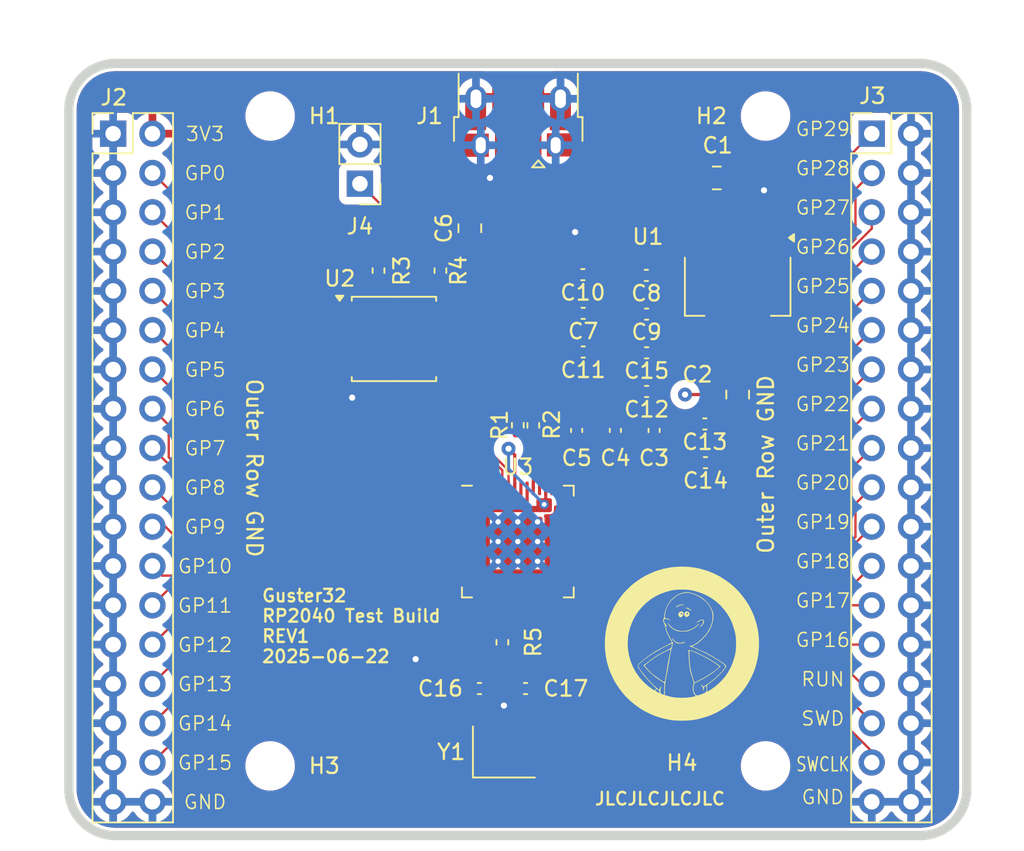
<source format=kicad_pcb>
(kicad_pcb (version 20240108) (generator "pcbnew") (generator_version "8.0")
  (layers (0 "F.Cu" signal "Front") (1 "In1.Cu" signal) (2 "In2.Cu" signal) (31 "B.Cu" signal "Back") (34 "B.Paste" user) (35 "F.Paste" user) (36 "B.SilkS" user "B.Silkscreen") (37 "F.SilkS" user "F.Silkscreen") (38 "B.Mask" user) (39 "F.Mask" user) (44 "Edge.Cuts" user))
  (net 0 "")
  (net 1 "VBUS")
  (net 2 "GND")
  (net 3 "+3V3")
  (net 4 "+1V1")
  (net 5 "/XIN")
  (net 6 "Net-(C17-Pad1)")
  (net 7 "/USB_D +")
  (net 9 "/USB_D -")
  (net 10 "/GPIO10")
  (net 11 "/GPIO15")
  (net 12 "/GPIO11")
  (net 13 "/GPIO3")
  (net 14 "/GPIO8")
  (net 15 "/GPIO5")
  (net 16 "/GPIO1")
  (net 17 "/GPIO4")
  (net 18 "/GPIO13")
  (net 19 "/GPIO9")
  (net 20 "/GPIO7")
  (net 21 "/GPIO2")
  (net 22 "/GPIO6")
  (net 23 "/GPIO12")
  (net 24 "/GPIO0")
  (net 25 "/GPIO14")
  (net 26 "/GPIO22")
  (net 27 "/RUN")
  (net 28 "/GPIO23")
  (net 29 "/GPIO19")
  (net 30 "/GPIO25")
  (net 31 "/SWCLK")
  (net 32 "/GPIO17")
  (net 33 "/GPIO16")
  (net 34 "/GPIO29_ADC3")
  (net 35 "/GPIO28_ADC2")
  (net 36 "/GPIO20")
  (net 37 "/GPIO21")
  (net 38 "/SWD")
  (net 39 "/GPIO26_ADC0")
  (net 40 "/GPIO24")
  (net 41 "/GPIO27_ADC1")
  (net 42 "/GPIO18")
  (net 43 "/~{USB_BOOT}")
  (net 44 "Net-(U3-USB_DP)")
  (net 45 "Net-(U3-USB_DM)")
  (net 46 "/QSPI_SS")
  (net 47 "/XOUT")
  (net 48 "/QSPI_SD3")
  (net 49 "/QSPI_SD0")
  (net 50 "/QSPI_SD2")
  (net 51 "/QSPI_SCLK")
  (net 52 "/QSPI_SD1")
  (net 54 "unconnected-(C2-Pad2)")
  (footprint "Capacitor_SMD:C_0402_1005Metric" (layer "F.Cu") (at 149.3 104.82 90)
    (property "Reference" "C4")
    (property "Value" "100n")
  )
  (footprint "Connector_PinHeader_2.54mm:PinHeader_1x02_P2.54mm_Vertical" (layer "F.Cu") (at 132.8 88.875 180)
    (property "Reference" "J4")
    (property "Value" "Conn_01x02")
  )
  (footprint "MountingHole:MountingHole_2.7mm_M2.5" (layer "F.Cu") (at 159 84.5)
    (property "Reference" "H2")
    (property "Value" "MountingHole")
  )
  (footprint "MountingHole:MountingHole_2.7mm_M2.5" (layer "F.Cu") (at 159 126.5)
    (property "Reference" "H4")
    (property "Value" "MountingHole")
  )
  (footprint "Capacitor_SMD:C_0402_1005Metric" (layer "F.Cu") (at 151.32 102.3 180)
    (property "Reference" "C12")
    (property "Value" "100n")
  )
  (footprint "Capacitor_SMD:C_0402_1005Metric" (layer "F.Cu") (at 151.3 94.8 180)
    (property "Reference" "C8")
    (property "Value" "100n")
  )
  (footprint "Package_TO_SOT_SMD:SOT-223-3_TabPin2" (layer "F.Cu") (at 157.2 95.5 -90)
    (property "Reference" "U1")
    (property "Value" "NCP1117-3.3_SOT223")
  )
  (footprint "Resistor_SMD:R_0402_1005Metric" (layer "F.Cu") (at 143 104.48 90)
    (property "Reference" "R1")
    (property "Value" "27")
  )
  (footprint "MountingHole:MountingHole_2.7mm_M2.5" (layer "F.Cu") (at 127 126.5)
    (property "Reference" "H3")
    (property "Value" "MountingHole")
  )
  (footprint "MountingHole:MountingHole_2.7mm_M2.5" (layer "F.Cu") (at 127 84.5)
    (property "Reference" "H1")
    (property "Value" "MountingHole")
  )
  (footprint "Capacitor_SMD:C_0402_1005Metric" (layer "F.Cu") (at 151.32 97.3 180)
    (property "Reference" "C9")
    (property "Value" "100n")
  )
  (footprint "Resistor_SMD:R_0402_1005Metric" (layer "F.Cu") (at 142 118.51 -90)
    (property "Reference" "R5")
    (property "Value" "1k")
  )
  (footprint "Connector_PinHeader_2.54mm:PinHeader_2x18_P2.54mm_Vertical" (layer "F.Cu") (at 116.86 85.64)
    (property "Reference" "J2")
    (property "Value" "Conn_02x18_Odd_Even")
  )
  (footprint "Capacitor_SMD:C_0402_1005Metric" (layer "F.Cu") (at 155.12 106.9 180)
    (property "Reference" "C14")
    (property "Value" "1u")
  )
  (footprint "Capacitor_SMD:C_0402_1005Metric" (layer "F.Cu") (at 147.22 99.75 180)
    (property "Reference" "C11")
    (property "Value" "100n")
  )
  (footprint "Capacitor_SMD:C_0402_1005Metric" (layer "F.Cu") (at 155.08 104.4 180)
    (property "Reference" "C13")
    (property "Value" "100n")
  )
  (footprint "LOGO" (layer "F.Cu") (at 153.6 118.6)
    (property "Reference" "G***" (hide yes))
    (property "Value" "LOGO" (hide yes))
  )
  (footprint "Resistor_SMD:R_0402_1005Metric" (layer "F.Cu") (at 138 94.49 -90)
    (property "Reference" "R4")
    (property "Value" "1K")
  )
  (footprint "Capacitor_SMD:C_0402_1005Metric" (layer "F.Cu") (at 146.8 104.82 90)
    (property "Reference" "C5")
    (property "Value" "1u")
  )
  (footprint "Connector_USB:USB_Micro-B_Amphenol_10103594-0001LF_Horizontal" (layer "F.Cu") (at 143 84.5 180)
    (property "Reference" "J1")
    (property "Value" "USB_B_Micro")
  )
  (footprint "Resistor_SMD:R_0402_1005Metric" (layer "F.Cu") (at 134 94.49 -90)
    (property "Reference" "R3")
    (property "Value" "DNF")
  )
  (footprint "Capacitor_SMD:C_0402_1005Metric" (layer "F.Cu") (at 151.32 99.8 180)
    (property "Reference" "C15")
    (property "Value" "100n")
  )
  (footprint "Resistor_SMD:R_0402_1005Metric" (layer "F.Cu") (at 144 104.49 90)
    (property "Reference" "R2")
    (property "Value" "27")
  )
  (footprint "RP2040_minimal_r2:RP2040-QFN-56" (layer "F.Cu") (at 143 112)
    (property "Reference" "U3")
    (property "Value" "RP2040")
  )
  (footprint "Crystal:Crystal_SMD_3225-4Pin_3.2x2.5mm" (layer "F.Cu") (at 142.1 125.6)
    (property "Reference" "Y1")
    (property "Value" "ABM8-272-T3")
  )
  (footprint "Capacitor_SMD:C_0402_1005Metric" (layer "F.Cu") (at 147.2 94.75 180)
    (property "Reference" "C10")
    (property "Value" "100n")
  )
  (footprint "Capacitor_SMD:C_0402_1005Metric" (layer "F.Cu") (at 140.52 121.5)
    (property "Reference" "C16")
    (property "Value" "15p")
  )
  (footprint "Capacitor_SMD:C_0402_1005Metric" (layer "F.Cu") (at 143.5 121.5 180)
    (property "Reference" "C17")
    (property "Value" "15p")
  )
  (footprint "Capacitor_SMD:C_0805_2012Metric" (layer "F.Cu") (at 157.2 102.5 -90)
    (property "Reference" "C2")
    (property "Value" "10u")
  )
  (footprint "Connector_PinHeader_2.54mm:PinHeader_2x18_P2.54mm_Vertical" (layer "F.Cu") (at 165.86 85.64)
    (property "Reference" "J3")
    (property "Value" "Conn_02x18_Odd_Even")
  )
  (footprint "Capacitor_SMD:C_0805_2012Metric" (layer "F.Cu") (at 139.9 91.75 90)
    (property "Reference" "C6")
    (property "Value" "10u")
  )
  (footprint "Capacitor_SMD:C_0402_1005Metric" (layer "F.Cu") (at 151.8 104.82 90)
    (property "Reference" "C3")
    (property "Value" "100n")
  )
  (footprint "Capacitor_SMD:C_0402_1005Metric" (layer "F.Cu") (at 147.22 97.25 180)
    (property "Reference" "C7")
    (property "Value" "100n")
  )
  (footprint "Capacitor_SMD:C_0805_2012Metric" (layer "F.Cu") (at 155.85 88.5)
    (property "Reference" "C1")
    (property "Value" "10u")
  )
  (footprint "Package_SO:SOIC-8_5.23x5.23mm_P1.27mm" (layer "F.Cu") (at 135 98.905)
    (property "Reference" "U2")
    (property "Value" "W25Q128JVS")
  )
  (gr_arc (start 169 81.1) (mid 171.12132 81.97868) (end 172 84.1) (stroke (width 0.6)) (layer "Edge.Cuts"))
  (gr_arc (start 117 131) (mid 114.87868 130.12132) (end 114 128) (stroke (width 0.6)) (layer "Edge.Cuts"))
  (gr_line (start 114 128) (end 114 84.1) (stroke (width 0.6)) (layer "Edge.Cuts"))
  (gr_line (start 169 131) (end 117 131) (stroke (width 0.6)) (layer "Edge.Cuts"))
  (gr_line (start 117 81.1) (end 169 81.1) (stroke (width 0.6)) (layer "Edge.Cuts"))
  (gr_line (start 172 84.1) (end 172 128) (stroke (width 0.6)) (layer "Edge.Cuts"))
  (gr_arc (start 172 128) (mid 171.12132 130.12132) (end 169 131) (stroke (width 0.6)) (layer "Edge.Cuts"))
  (gr_arc (start 114 84.1) (mid 114.87868 81.97868) (end 117 81.1) (stroke (width 0.6)) (layer "Edge.Cuts"))
  (gr_text "RUN" (at 162.7 120.9 0) (layer "F.SilkS") (effects (font (size 0.9 0.9) (thickness 0.1))))
  (gr_text "GP22" (at 162.7 103.12 0) (layer "F.SilkS") (effects (font (size 0.9 0.9) (thickness 0.1))))
  (gr_text "GP5" (at 122.8 100.9 0) (layer "F.SilkS") (effects (font (size 0.9 0.9) (thickness 0.1))))
  (gr_text "Guster32\nRP2040 Test Build\nREV1\n2025-06-22" (at 126.4 119.9 0) (layer "F.SilkS") (effects (font (size 0.8128 0.8128) (thickness 0.1524) (bold yes)) (justify left bottom)))
  (gr_text "GP0" (at 122.8 88.2 0) (layer "F.SilkS") (effects (font (size 0.9 0.9) (thickness 0.1))))
  (gr_text "GP13" (at 122.8 121.22 0) (layer "F.SilkS") (effects (font (size 0.9 0.9) (thickness 0.1))))
  (gr_text "SWD" (at 162.7 123.44 0) (layer "F.SilkS") (effects (font (size 0.9 0.9) (thickness 0.1))))
  (gr_text "GND" (at 122.8 128.84 0) (layer "F.SilkS") (effects (font (size 0.9 0.9) (thickness 0.1))))
  (gr_text "3V3" (at 122.8 85.66 0) (layer "F.SilkS") (effects (font (size 0.9 0.9) (thickness 0.1))))
  (gr_text "GP7" (at 122.8 105.98 0) (layer "F.SilkS") (effects (font (size 0.9 0.9) (thickness 0.1))))
  (gr_text "GND" (at 162.7 128.52 0) (layer "F.SilkS") (effects (font (size 0.9 0.9) (thickness 0.1))))
  (gr_text "JLCJLCJLCJLC" (at 147.9 129.1 0) (layer "F.SilkS") (effects (font (size 0.8128 0.8128) (thickness 0.1524) (bold yes)) (justify left bottom)))
  (gr_text "GP12" (at 122.8 118.68 0) (layer "F.SilkS") (effects (font (size 0.9 0.9) (thickness 0.1))))
  (gr_text "GP26" (at 162.7 92.96 0) (layer "F.SilkS") (effects (font (size 0.9 0.9) (thickness 0.1))))
  (gr_text "SWCLK" (at 162.7 126.4 0) (layer "F.SilkS") (effects (font (size 0.9 0.7) (thickness 0.1))))
  (gr_text "GP25" (at 162.7 95.5 0) (layer "F.SilkS") (effects (font (size 0.9 0.9) (thickness 0.1))))
  (gr_text "Outer Row GND" (at 125.975 107.25 270) (layer "F.SilkS") (effects (font (size 1 1))))
  (gr_text "GP18" (at 162.7 113.28 0) (layer "F.SilkS") (effects (font (size 0.9 0.9) (thickness 0.1))))
  (gr_text "GP6" (at 122.8 103.44 0) (layer "F.SilkS") (effects (font (size 0.9 0.9) (thickness 0.1))))
  (gr_text "GP11" (at 122.8 116.14 0) (layer "F.SilkS") (effects (font (size 0.9 0.9) (thickness 0.1))))
  (gr_text "GP15" (at 122.8 126.3 0) (layer "F.SilkS") (effects (font (size 0.9 0.9) (thickness 0.1))))
  (gr_text "GP27" (at 162.7 90.42 0) (layer "F.SilkS") (effects (font (size 0.9 0.9) (thickness 0.1))))
  (gr_text "GP29" (at 162.7 85.34 0) (layer "F.SilkS") (effects (font (size 0.9 0.9) (thickness 0.1))))
  (gr_text "GP23" (at 162.7 100.58 0) (layer "F.SilkS") (effects (font (size 0.9 0.9) (thickness 0.1))))
  (gr_text "GP19" (at 162.7 110.74 0) (layer "F.SilkS") (effects (font (size 0.9 0.9) (thickness 0.1))))
  (gr_text "GP16" (at 162.7 118.36 0) (layer "F.SilkS") (effects (font (size 0.9 0.9) (thickness 0.1))))
  (gr_text "GP9" (at 122.8 111.06 0) (layer "F.SilkS") (effects (font (size 0.9 0.9) (thickness 0.1))))
  (gr_text "Outer Row GND" (at 159.025 107.01 90) (layer "F.SilkS") (effects (font (size 1 1))))
  (gr_text "GP10" (at 122.8 113.6 0) (layer "F.SilkS") (effects (font (size 0.9 0.9) (thickness 0.1))))
  (gr_text "GP14" (at 122.8 123.76 0) (layer "F.SilkS") (effects (font (size 0.9 0.9) (thickness 0.1))))
  (gr_text "GP28" (at 162.7 87.88 0) (layer "F.SilkS") (effects (font (size 0.9 0.9) (thickness 0.1))))
  (gr_text "GP4" (at 122.8 98.36 0) (layer "F.SilkS") (effects (font (size 0.9 0.9) (thickness 0.1))))
  (gr_text "GP1" (at 122.8 90.74 0) (layer "F.SilkS") (effects (font (size 0.9 0.9) (thickness 0.1))))
  (gr_text "GP17" (at 162.7 115.82 0) (layer "F.SilkS") (effects (font (size 0.9 0.9) (thickness 0.1))))
  (gr_text "GP3" (at 122.8 95.82 0) (layer "F.SilkS") (effects (font (size 0.9 0.9) (thickness 0.1))))
  (gr_text "GP2" (at 122.8 93.28 0) (layer "F.SilkS") (effects (font (size 0.9 0.9) (thickness 0.1))))
  (gr_text "GP20" (at 162.7 108.2 0) (layer "F.SilkS") (effects (font (size 0.9 0.9) (thickness 0.1))))
  (gr_text "GP24" (at 162.7 98.04 0) (layer "F.SilkS") (effects (font (size 0.9 0.9) (thickness 0.1))))
  (gr_text "GP8" (at 122.8 108.52 0) (layer "F.SilkS") (effects (font (size 0.9 0.9) (thickness 0.1))))
  (gr_text "GP21" (at 162.7 105.66 0) (layer "F.SilkS") (effects (font (size 0.9 0.9) (thickness 0.1))))
  (segment (start 144.325 86.265) (end 144.325 87.425) (width 0.4) (layer "F.Cu") (net 1))
  (segment (start 144.325 87.425) (end 145 88.1) (width 0.4) (layer "F.Cu") (net 1))
  (segment (start 142.1 122.6) (end 142.1 122.42) (width 0.2) (layer "F.Cu") (net 2))
  (segment (start 131.4 100.81) (end 131.4 101.9) (width 0.2) (layer "F.Cu") (net 2))
  (segment (start 151.8 104.34) (end 154.54 104.34) (width 0.2) (layer "F.Cu") (net 2))
  (segment (start 151.8 104.34) (end 151.8 103.26) (width 0.2) (layer "F.Cu") (net 2))
  (segment (start 150.84 99.8) (end 150.82 99.78) (width 0.2) (layer "F.Cu") (net 2))
  (segment (start 156.8 88.5) (end 157.6 89.3) (width 0.2) (layer "F.Cu") (net 2))
  (segment (start 141.15 124.75) (end 142.85 126.45) (width 0.2) (layer "F.Cu") (net 2))
  (segment (start 136.4 119.6) (end 137.2 118.8) (width 0.2) (layer "F.Cu") (net 2))
  (segment (start 131.4 101.9) (end 131.7 102.2) (width 0.2) (layer "F.Cu") (net 2))
  (segment (start 142.1 122.6) (end 141 123.7) (width 0.2) (layer "F.Cu") (net 2))
  (segment (start 139.9 86.61) (end 140.125 86.385) (width 0.15) (layer "F.Cu") (net 2))
  (segment (start 131.7 102.2) (end 132.2 102.7) (width 0.2) (layer "F.Cu") (net 2))
  (segment (start 159.5 92.35) (end 159.5 89.9) (width 0.2) (layer "F.Cu") (net 2))
  (segment (start 139.9 90.8) (end 141.2 89.5) (width 0.2) (layer "F.Cu") (net 2))
  (segment (start 142.85 126.45) (end 143.2 126.45) (width 0.2) (layer "F.Cu") (net 2))
  (segment (start 137.2 118.8) (end 139.4 118.8) (width 0.2) (layer "F.Cu") (net 2))
  (segment (start 146.74 99.75) (end 146.74 104.28) (width 0.2) (layer "F.Cu") (net 2))
  (segment (start 150.82 94.84) (end 150.84 94.82) (width 0.2) (layer "F.Cu") (net 2))
  (segment (start 151.8 103.26) (end 150.84 102.3) (width 0.2) (layer "F.Cu") (net 2))
  (segment (start 141 121.5) (end 142.1 122.6) (width 0.2) (layer "F.Cu") (net 2))
  (segment (start 140.565 83.115) (end 140.295 83.385) (width 0.127) (layer "F.Cu") (net 2))
  (segment (start 157.6 89.3) (end 158.9 89.3) (width 0.2) (layer "F.Cu") (net 2))
  (segment (start 146.74 104.28) (end 146.8 104.34) (width 0.15) (layer "F.Cu") (net 2))
  (segment (start 146.74 94.77) (end 146.74 99.75) (width 0.2) (layer "F.Cu") (net 2))
  (segment (start 146.72 94.75) (end 146.74 94.77) (width 0.15) (layer "F.Cu") (net 2))
  (segment (start 154.6 104.4) (end 154.6 106.86) (width 0.2) (layer "F.Cu") (net 2))
  (segment (start 154.6 106.86) (end 154.64 106.9) (width 0.15) (layer "F.Cu") (net 2))
  (segment (start 149.3 104.34) (end 151.8 104.34) (width 0.2) (layer "F.Cu") (net 2))
  (segment (start 141.2 89.5) (end 141.2 88.5) (width 0.2) (layer "F.Cu") (net 2))
  (segment (start 143.985 83.115) (end 145.485 83.115) (width 0.2) (layer "F.Cu") (net 2))
  (segment (start 150.84 102.3) (end 150.84 99.8) (width 0.2) (layer "F.Cu") (net 2))
  (segment (start 150.82 99.78) (end 150.82 94.84) (width 0.2) (layer "F.Cu") (net 2))
  (segment (start 154.54 104.34) (end 154.6 104.4) (width 0.15) (layer "F.Cu") (net 2))
  (segment (start 141 123.7) (end 141 124.75) (width 0.2) (layer "F.Cu") (net 2))
  (segment (start 142.065 83.115) (end 140.565 83.115) (width 0.2) (layer "F.Cu") (net 2))
  (segment (start 142.1 122.42) (end 143.02 121.5) (width 0.2) (layer "F.Cu") (net 2))
  (segment (start 146.72 92.02) (end 146.7 92) (width 0.15) (layer "F.Cu") (net 2))
  (segment (start 142 116.2) (end 142 115.4375) (width 0.2) (layer "F.Cu") (net 2))
  (segment (start 154.64 104.44) (end 154.6 104.4) (width 0.15) (layer "F.Cu") (net 2))
  (segment (start 141.725 87.975) (end 141.2 88.5) (width 0.2) (layer "F.Cu") (net 2))
  (segment (start 139.4 118.8) (end 142 116.2) (width 0.2) (layer "F.Cu") (net 2))
  (segment (start 141 124.75) (end 141.15 124.75) (width 0.2) (layer "F.Cu") (net 2))
  (segment (start 145.485 83.115) (end 145.755 83.385) (width 0.127) (layer "F.Cu") (net 2))
  (segment (start 146.8 104.34) (end 149.3 104.34) (width 0.2) (layer "F.Cu") (net 2))
  (segment (start 146.72 94.75) (end 146.72 92.02) (width 0.15) (layer "F.Cu") (net 2))
  (segment (start 141.725 86.265) (end 141.725 87.975) (width 0.2) (layer "F.Cu") (net 2))
  (segment (start 159.5 89.9) (end 158.9 89.3) (width 0.2) (layer "F.Cu") (net 2))
  (via (at 142.1 122.6) (size 0.9) (drill 0.4) (layers "F.Cu" "B.Cu") (net 2))
  (via (at 136.4 119.6) (size 0.9) (drill 0.4) (layers "F.Cu" "B.Cu") (net 2))
  (via (at 146.7 92) (size 0.9) (drill 0.4) (layers "F.Cu" "B.Cu") (net 2))
  (via (at 132.3 102.7) (size 0.9) (drill 0.4) (layers "F.Cu" "B.Cu") (net 2))
  (via (at 141.2 88.5) (size 0.9) (drill 0.4) (layers "F.Cu" "B.Cu") (net 2))
  (via (at 158.9 89.3) (size 0.9) (drill 0.4) (layers "F.Cu" "B.Cu") (net 2))
  (segment (start 145.445 90.745) (end 145.445 86.385) (width 0.2) (layer "B.Cu") (net 2))
  (segment (start 146.7 92) (end 145.445 90.745) (width 0.2) (layer "B.Cu") (net 2))
  (segment (start 145.2 107.6) (end 145.3 107.5) (width 0.2) (layer "F.Cu") (net 3))
  (segment (start 139.5625 109.4) (end 141 109.4) (width 0.2) (layer "F.Cu") (net 3))
  (segment (start 138.8 109.4) (end 138.3 108.9) (width 0.2) (layer "F.Cu") (net 3))
  (segment (start 138.667316 97) (end 138.6 97) (width 0.2) (layer "F.Cu") (net 3))
  (segment (start 146.4375 109.4) (end 145.6 109.4) (width 0.2) (layer "F.Cu") (net 3))
  (segment (start 143.6 109.4) (end 143.2 109.4) (width 0.2) (layer "F.Cu") (net 3))
  (segment (start 143.2 115.875) (end 143.2 115.4375) (width 0.15) (layer "F.Cu") (net 3))
  (segment (start 145.6 109.4) (end 145.6 110.1) (width 0.2) (layer "F.Cu") (net 3))
  (segment (start 140 113) (end 140.4 112.6) (width 0.2) (layer "F.Cu") (net 3))
  (segment (start 140 113) (end 140.4 113.4) (width 0.2) (layer "F.Cu") (net 3))
  (segment (start 146.4375 113) (end 145.3 113) (width 0.2) (layer "F.Cu") (net 3))
  (segment (start 145.6 107.8) (end 145.6 109.4) (width 0.2) (layer "F.Cu") (net 3))
  (segment (start 143.6 108.5625) (end 143.6 109.4) (width 0.2) (layer "F.Cu") (net 3))
  (segment (start 140.4 112.6) (end 140.4 112.5) (width 0.2) (layer "F.Cu") (net 3))
  (segment (start 143.2 109.4) (end 141 109.4) (width 0.2) (layer "F.Cu") (net 3))
  (segment (start 145.3 107.5) (end 145.6 107.8) (width 0.2) (layer "F.Cu") (net 3))
  (segment (start 139.5625 113) (end 140 113) (width 0.2) (layer "F.Cu") (net 3))
  (segment (start 139.5625 109.4) (end 138.8 109.4) (width 0.2) (layer "F.Cu") (net 3))
  (segment (start 145.2 108.5625) (end 145.2 107.6) (width 0.2) (layer "F.Cu") (net 3))
  (segment (start 143.2 115.4375) (end 143.2 114.6) (width 0.2) (layer "F.Cu") (net 3))
  (segment (start 143.2 108.5625) (end 143.2 109.4) (width 0.2) (layer "F.Cu") (net 3))
  (segment (start 143.6 115.4375) (end 143.6 114.1) (width 0.2) (layer "F.Cu") (net 4))
  (segment (start 144.8 108.5625) (end 144.8 107.3) (width 0.2) (layer "F.Cu") (net 4))
  (segment (start 151.8 105.3) (end 149.3 105.3) (width 0.2) (layer "F.Cu") (net 4))
  (segment (start 144.8 108.5625) (end 144.8 109.5) (width 0.2) (layer "F.Cu") (net 4))
  (segment (start 142.4 106) (end 142.8 106.4) (width 0.2) (layer "F.Cu") (net 4))
  (segment (start 144.8 109.5) (end 144.7 109.6) (width 0.2) (layer "F.Cu") (net 4))
  (segment (start 149.3 105.3) (end 146.8 105.3) (width 0.2) (layer "F.Cu") (net 4))
  (segment (start 142.8 106.4) (end 142.8 108.5625) (width 0.2) (layer "F.Cu") (net 4))
  (segment (start 144.8 107.3) (end 146.8 105.3) (width 0.2) (layer "F.Cu") (net 4))
  (via (at 142.4 106) (size 0.9) (drill 0.4) (layers "F.Cu" "B.Cu") (net 4))
  (via (at 144.7 109.6) (size 0.6) (drill 0.3) (layers "F.Cu" "B.Cu") (net 4))
  (segment (start 144.7 109.6) (end 142.4 107.3) (width 0.2) (layer "B.Cu") (net 4))
  (segment (start 142.4 107.3) (end 142.4 106) (width 0.2) (layer "B.Cu") (net 4))
  (segment (start 142.4 115.4375) (end 142.4 116.799668) (width 0.15) (layer "F.Cu") (net 5))
  (segment (start 140.04 125.49) (end 140.04 121.5) (width 0.15) (layer "F.Cu") (net 5))
  (segment (start 141 126.45) (end 140.04 125.49) (width 0.15) (layer "F.Cu") (net 5))
  (segment (start 140.04 119.159668) (end 140.04 121.5) (width 0.15) (layer "F.Cu") (net 5))
  (segment (start 142.4 116.799668) (end 140.04 119.159668) (width 0.15) (layer "F.Cu") (net 5))
  (segment (start 143.2 124.75) (end 143.2 122.28) (width 0.15) (layer "F.Cu") (net 6))
  (segment (start 142 119.52) (end 143.98 121.5) (width 0.15) (layer "F.Cu") (net 6))
  (segment (start 142 119.02) (end 142 119.52) (width 0.15) (layer "F.Cu") (net 6))
  (segment (start 143.2 122.28) (end 143.98 121.5) (width 0.15) (layer "F.Cu") (net 6))
  (segment (start 143 88.3) (end 143.025 88.275) (width 0.15) (layer "F.Cu") (net 7))
  (segment (start 143.025 86.265) (end 143.025 88.275) (width 0.4) (layer "F.Cu") (net 7))
  (segment (start 143 103.97) (end 143 88.3) (width 0.8) (layer "F.Cu") (net 7))
  (segment (start 143.675 87.675) (end 144 88) (width 0.4) (layer "F.Cu") (net 9))
  (segment (start 143.675 86.265) (end 143.675 87.675) (width 0.4) (layer "F.Cu") (net 9))
  (segment (start 144 88) (end 144 88.5) (width 0.4) (layer "F.Cu") (net 9))
  (segment (start 144 103.98) (end 144 88.5) (width 0.8) (layer "F.Cu") (net 9))
  (segment (start 120.02 114.2) (end 119.4 113.58) (width 0.15) (layer "F.Cu") (net 10))
  (segment (start 139.5625 114.2) (end 120.02 114.2) (width 0.15) (layer "F.Cu") (net 10))
  (segment (start 141.6 115.875) (end 139.775 117.7) (width 0.15) (layer "F.Cu") (net 11))
  (segment (start 139.775 117.7) (end 127.98 117.7) (width 0.15) (layer "F.Cu") (net 11))
  (segment (start 127.98 117.7) (end 119.4 126.28) (width 0.15) (layer "F.Cu") (net 11))
  (segment (start 141.6 115.4375) (end 141.6 115.875) (width 0.15) (layer "F.Cu") (net 11))
  (segment (start 139.5625 114.6) (end 120.92 114.6) (width 0.15) (layer "F.Cu") (net 12))
  (segment (start 120.92 114.6) (end 119.4 116.12) (width 0.15) (layer "F.Cu") (net 12))
  (segment (start 126.075214 111) (end 139.5625 111) (width 0.15) (layer "F.Cu") (net 13))
  (segment (start 121.283 97.683) (end 121.283 106.207786) (width 0.15) (layer "F.Cu") (net 13))
  (segment (start 121.283 106.207786) (end 126.075214 111) (width 0.15) (layer "F.Cu") (net 13))
  (segment (start 119.4 95.8) (end 121.283 97.683) (width 0.15) (layer "F.Cu") (net 13))
  (segment (start 124.3 113.4) (end 119.4 108.5) (width 0.15) (layer "F.Cu") (net 14))
  (segment (start 139.5625 113.4) (end 124.3 113.4) (width 0.15) (layer "F.Cu") (net 14))
  (segment (start 120.729 106.437262) (end 126.091738 111.8) (width 0.15) (layer "F.Cu") (net 15))
  (segment (start 126.091738 111.8) (end 139.5625 111.8) (width 0.15) (layer "F.Cu") (net 15))
  (segment (start 120.729 102.209) (end 120.729 106.437262) (width 0.15) (layer "F.Cu") (net 15))
  (segment (start 119.4 100.88) (end 120.729 102.209) (width 0.15) (layer "F.Cu") (net 15))
  (segment (start 121.837 105.937) (end 121.837 93.157) (width 0.15) (layer "F.Cu") (net 16))
  (segment (start 121.837 93.157) (end 119.4 90.72) (width 0.15) (layer "F.Cu") (net 16))
  (segment (start 139.5625 110.2) (end 126.1 110.2) (width 0.15) (layer "F.Cu") (net 16))
  (segment (start 126.1 110.2) (end 121.837 105.937) (width 0.15) (layer "F.Cu") (net 16))
  (segment (start 119.4 98.34) (end 121.006 99.946) (width 0.15) (layer "F.Cu") (net 17))
  (segment (start 126.083476 111.4) (end 139.5625 111.4) (width 0.15) (layer "F.Cu") (net 17))
  (segment (start 121.006 106.322524) (end 126.083476 111.4) (width 0.15) (layer "F.Cu") (net 17))
  (segment (start 121.006 99.946) (end 121.006 106.322524) (width 0.15) (layer "F.Cu") (net 17))
  (segment (start 124.223 116.377) (end 119.4 121.2) (width 0.15) (layer "F.Cu") (net 18))
  (segment (start 140.298 116.377) (end 124.223 116.377) (width 0.15) (layer "F.Cu") (net 18))
  (segment (start 140.8 115.4375) (end 140.8 115.875) (width 0.15) (layer "F.Cu") (net 18))
  (segment (start 140.8 115.875) (end 140.298 116.377) (width 0.15) (layer "F.Cu") (net 18))
  (segment (start 123 113.8) (end 120.24 111.04) (width 0.15) (layer "F.Cu") (net 19))
  (segment (start 120.24 111.04) (end 119.4 111.04) (width 0.15) (layer "F.Cu") (net 19))
  (segment (start 139.5625 113.8) (end 123 113.8) (width 0.15) (layer "F.Cu") (net 19))
  (segment (start 119.4 105.96) (end 126.04 112.6) (width 0.15) (layer "F.Cu") (net 20))
  (segment (start 126.04 112.6) (end 139.5625 112.6) (width 0.15) (layer "F.Cu") (net 20))
  (segment (start 126.066952 110.6) (end 121.56 106.093048) (width 0.15) (layer "F.Cu") (net 21))
  (segment (start 139.5625 110.6) (end 126.066952 110.6) (width 0.15) (layer "F.Cu") (net 21))
  (segment (start 121.56 95.42) (end 119.4 93.26) (width 0.15) (layer "F.Cu") (net 21))
  (segment (start 121.56 106.093048) (end 121.56 95.42) (width 0.15) (layer "F.Cu") (net 21))
  (segment (start 120.452 106.552) (end 126.1 112.2) (width 0.15) (layer "F.Cu") (net 22))
  (segment (start 120.452 104.472) (end 120.452 106.552) (width 0.15) (layer "F.Cu") (net 22))
  (segment (start 126.1 112.2) (end 139.5625 112.2) (width 0.15) (layer "F.Cu") (net 22))
  (segment (start 119.4 103.42) (end 120.452 104.472) (width 0.15) (layer "F.Cu") (net 22))
  (segment (start 140.4 115.4375) (end 140.2375 115.6) (width 0.15) (layer "F.Cu") (net 23))
  (segment (start 140.2375 115.6) (end 122.46 115.6) (width 0.15) (layer "F.Cu") (net 23))
  (segment (start 122.46 115.6) (end 119.4 118.66) (width 0.15) (layer "F.Cu") (net 23))
  (segment (start 122.114 90.894) (end 119.4 88.18) (width 0.15) (layer "F.Cu") (net 24))
  (segment (start 139.5625 109.8) (end 126.091738 109.8) (width 0.15) (layer "F.Cu") (net 24))
  (segment (start 126.091738 109.8) (end 122.114 105.822262) (width 0.15) (layer "F.Cu") (net 24))
  (segment (start 122.114 105.822262) (end 122.114 90.894) (width 0.15) (layer "F.Cu") (net 24))
  (segment (start 140.075 117) (end 126.17 117) (width 0.15) (layer "F.Cu") (net 25))
  (segment (start 126.17 117) (end 119.43 123.74) (width 0.15) (layer "F.Cu") (net 25))
  (segment (start 141.2 115.4375) (end 141.2 115.875) (width 0.15) (layer "F.Cu") (net 25))
  (segment (start 119.43 123.74) (end 119.4 123.74) (width 0.15) (layer "F.Cu") (net 25))
  (segment (start 141.2 115.875) (end 140.075 117) (width 0.15) (layer "F.Cu") (net 25))
  (segment (start 164.254 105.026) (end 165.86 103.42) (width 0.15) (layer "F.Cu") (net 26))
  (segment (start 164.254 109.246) (end 164.254 105.026) (width 0.15) (layer "F.Cu") (net 26))
  (segment (start 160.9 112.6) (end 164.254 109.246) (width 0.15) (layer "F.Cu") (net 26))
  (segment (start 146.4375 112.6) (end 160.9 112.6) (width 0.15) (layer "F.Cu") (net 26))
  (segment (start 165.2 121.2) (end 165.86 121.2) (width 0.15) (layer "F.Cu") (net 27))
  (segment (start 144.8 115.832768) (end 146.567232 117.6) (width 0.15) (layer "F.Cu") (net 27))
  (segment (start 144.8 115.4375) (end 144.8 115.832768) (width 0.15) (layer "F.Cu") (net 27))
  (segment (start 161.6 117.6) (end 165.2 121.2) (width 0.15) (layer "F.Cu") (net 27))
  (segment (start 146.567232 117.6) (end 161.6 117.6) (width 0.15) (layer "F.Cu") (net 27))
  (segment (start 163.977 102.763) (end 165.86 100.88) (width 0.15) (layer "F.Cu") (net 28))
  (segment (start 163.977 109.123) (end 163.977 102.763) (width 0.15) (layer "F.Cu") (net 28))
  (segment (start 160.9 112.2) (end 163.977 109.123) (width 0.15) (layer "F.Cu") (net 28))
  (segment (start 146.4375 112.2) (end 160.9 112.2) (width 0.15) (layer "F.Cu") (net 28))
  (segment (start 146.4375 114.2) (end 162.7 114.2) (width 0.15) (layer "F.Cu") (net 29))
  (segment (start 162.7 114.2) (end 165.86 111.04) (width 0.15) (layer "F.Cu") (net 29))
  (segment (start 163.423 98.237) (end 165.86 95.8) (width 0.15) (layer "F.Cu") (net 30))
  (segment (start 160.916524 111.4) (end 163.423 108.893524) (width 0.15) (layer "F.Cu") (net 30))
  (segment (start 146.4375 111.4) (end 160.916524 111.4) (width 0.15) (layer "F.Cu") (net 30))
  (segment (start 163.423 108.893524) (end 163.423 98.237) (width 0.15) (layer "F.Cu") (net 30))
  (segment (start 147.967232 119.8) (end 160.1 119.8) (width 0.15) (layer "F.Cu") (net 31))
  (segment (start 165.82 126.28) (end 165.8 126.3) (width 0.15) (layer "F.Cu") (net 31))
  (segment (start 165.86 125.56) (end 165.86 126.28) (width 0.15) (layer "F.Cu") (net 31))
  (segment (start 144 115.832768) (end 147.967232 119.8) (width 0.15) (layer "F.Cu") (net 31))
  (segment (start 160.1 119.8) (end 165.86 125.56) (width 0.15) (layer "F.Cu") (net 31))
  (segment (start 165.86 126.28) (end 165.82 126.28) (width 0.15) (layer "F.Cu") (net 31))
  (segment (start 144 115.4375) (end 144 115.832768) (width 0.15) (layer "F.Cu") (net 31))
  (segment (start 145.6 115.4375) (end 146.2825 116.12) (width 0.15) (layer "F.Cu") (net 32))
  (segment (start 146.2825 116.12) (end 165.86 116.12) (width 0.15) (layer "F.Cu") (net 32))
  (segment (start 164.36 118.66) (end 165.86 118.66) (width 0.15) (layer "F.Cu") (net 33))
  (segment (start 145.2 115.4375) (end 145.2 115.832768) (width 0.15) (layer "F.Cu") (net 33))
  (segment (start 162.5 116.8) (end 164.36 118.66) (width 0.15) (layer "F.Cu") (net 33))
  (segment (start 146.167232 116.8) (end 162.5 116.8) (width 0.15) (layer "F.Cu") (net 33))
  (segment (start 145.2 115.832768) (end 146.167232 116.8) (width 0.15) (layer "F.Cu") (net 33))
  (segment (start 162.315 105.985) (end 162.315 89.185) (width 0.15) (layer "F.Cu") (net 34))
  (segment (start 162.315 89.185) (end 165.86 85.64) (width 0.15) (layer "F.Cu") (net 34))
  (segment (start 146.4375 109.8) (end 158.5 109.8) (width 0.15) (layer "F.Cu") (net 34))
  (segment (start 158.5 109.8) (end 162.315 105.985) (width 0.15) (layer "F.Cu") (net 34))
  (segment (start 162.592 107.108) (end 162.592 94.648509) (width 0.15) (layer "F.Cu") (net 35))
  (segment (start 159.5 110.2) (end 162.592 107.108) (width 0.15) (layer "F.Cu") (net 35))
  (segment (start 162.592 94.648509) (end 164.808 92.432509) (width 0.15) (layer "F.Cu") (net 35))
  (segment (start 146.4375 110.2) (end 159.5 110.2) (width 0.15) (layer "F.Cu") (net 35))
  (segment (start 164.808 92.432509) (end 164.808 89.232) (width 0.15) (layer "F.Cu") (net 35))
  (segment (start 164.808 89.232) (end 165.86 88.18) (width 0.15) (layer "F.Cu") (net 35))
  (segment (start 164.808 111.700262) (end 164.808 109.552) (width 0.15) (layer "F.Cu") (net 36))
  (segment (start 146.4375 113.8) (end 162.708262 113.8) (width 0.15) (layer "F.Cu") (net 36))
  (segment (start 162.708262 113.8) (end 164.808 111.700262) (width 0.15) (layer "F.Cu") (net 36))
  (segment (start 164.808 109.552) (end 165.86 108.5) (width 0.15) (layer "F.Cu") (net 36))
  (segment (start 164.531 111.585524) (end 164.531 107.289) (width 0.15) (layer "F.Cu") (net 37))
  (segment (start 164.531 107.289) (end 165.86 105.96) (width 0.15) (layer "F.Cu") (net 37))
  (segment (start 162.716524 113.4) (end 164.531 111.585524) (width 0.15) (layer "F.Cu") (net 37))
  (segment (start 146.4375 113.4) (end 162.716524 113.4) (width 0.15) (layer "F.Cu") (net 37))
  (segment (start 160.9 118.7) (end 165.86 123.66) (width 0.15) (layer "F.Cu") (net 38))
  (segment (start 165.86 123.66) (end 165.86 123.74) (width 0.15) (layer "F.Cu") (net 38))
  (segment (start 144.4 115.4375) (end 144.4 115.832768) (width 0.15) (layer "F.Cu") (net 38))
  (segment (start 147.267232 118.7) (end 160.9 118.7) (width 0.15) (layer "F.Cu") (net 38))
  (segment (start 144.4 115.832768) (end 147.267232 118.7) (width 0.15) (layer "F.Cu") (net 38))
  (segment (start 146.4375 111) (end 160.924786 111) (width 0.15) (layer "F.Cu") (net 39))
  (segment (start 163.146 95.974) (end 165.86 93.26) (width 0.15) (layer "F.Cu") (net 39))
  (segment (start 163.146 108.778786) (end 163.146 95.974) (width 0.15) (layer "F.Cu") (net 39))
  (segment (start 160.924786 111) (end 163.146 108.778786) (width 0.15) (layer "F.Cu") (net 39))
  (segment (start 146.4375 111.8) (end 160.908262 111.8) (width 0.15) (layer "F.Cu") (net 40))
  (segment (start 163.7 109.008262) (end 163.7 100.5) (width 0.15) (layer "F.Cu") (net 40))
  (segment (start 160.908262 111.8) (end 163.7 109.008262) (width 0.15) (layer "F.Cu") (net 40))
  (segment (start 163.7 100.5) (end 165.86 98.34) (width 0.15) (layer "F.Cu") (net 40))
  (segment (start 160.933048 110.6) (end 162.869 108.664048) (width 0.15) (layer "F.Cu") (net 41))
  (segment (start 162.869 94.763247) (end 165.86 91.772247) (width 0.15) (layer "F.Cu") (net 41))
  (segment (start 146.4375 110.6) (end 160.933048 110.6) (width 0.15) (layer "F.Cu") (net 41))
  (segment (start 165.86 91.772247) (end 165.86 90.72) (width 0.15) (layer "F.Cu") (net 41))
  (segment (start 162.869 108.664048) (end 162.869 94.763247) (width 0.15) (layer "F.Cu") (net 41))
  (segment (start 164.84 114.6) (end 165.86 113.58) (width 0.15) (layer "F.Cu") (net 42))
  (segment (start 146.4375 114.6) (end 164.84 114.6) (width 0.15) (layer "F.Cu") (net 42))
  (segment (start 137.905 93.98) (end 132.8 88.875) (width 0.15) (layer "F.Cu") (net 43))
  (segment (start 132.135 89.5) (end 132.8 88.835) (width 0.2) (layer "F.Cu") (net 43))
  (segment (start 138 93.98) (end 137.905 93.98) (width 0.15) (layer "F.Cu") (net 43))
  (segment (start 144 108.5625) (end 144 105.99) (width 0.2) (layer "F.Cu") (net 44))
  (segment (start 143 104.99) (end 143 105.09) (width 0.15) (layer "F.Cu") (net 44))
  (segment (start 144 105.99) (end 143 104.99) (width 0.2) (layer "F.Cu") (net 44))
  (segment (start 144.4 108.5625) (end 144.4 105.4) (width 0.2) (layer "F.Cu") (net 45))
  (segment (start 144.4 105.4) (end 144 105) (width 0.2) (layer "F.Cu") (net 45))
  (segment (start 134 95) (end 133.4 95) (width 0.15) (layer "F.Cu") (net 46))
  (segment (start 139 106.9) (end 128.9 106.9) (width 0.15) (layer "F.Cu") (net 46))
  (segment (start 140.4 108.3) (end 139 106.9) (width 0.15) (layer "F.Cu") (net 46))
  (segment (start 140.4 108.5625) (end 140.4 108.3) (width 0.15) (layer "F.Cu") (net 46))
  (segment (start 130.7 97) (end 131.4 97) (width 0.15) (layer "F.Cu") (net 46))
  (segment (start 128.9 106.9) (end 128.4 106.4) (width 0.15) (layer "F.Cu") (net 46))
  (segment (start 128.4 106.4) (end 128.4 99.3) (width 0.15) (layer "F.Cu") (net 46))
  (segment (start 128.4 99.3) (end 130.7 97) (width 0.15) (layer "F.Cu") (net 46))
  (segment (start 133.4 95) (end 131.4 97) (width 0.15) (layer "F.Cu") (net 46))
  (segment (start 134 95) (end 138 95) (width 0.15) (layer "F.Cu") (net 46))
  (segment (start 142.8 117.2) (end 142 118) (width 0.15) (layer "F.Cu") (net 47))
  (segment (start 142.8 115.4375) (end 142.8 117.2) (width 0.15) (layer "F.Cu") (net 47))
  (segment (start 140.177 105.185262) (end 142.4 107.408262) (width 0.15) (layer "F.Cu") (net 48))
  (segment (start 139.021737 98.27) (end 140.177 99.425263) (width 0.15) (layer "F.Cu") (net 48))
  (segment (start 140.177 99.425263) (end 140.177 105.185262) (width 0.15) (layer "F.Cu") (net 48))
  (segment (start 142.4 107.408262) (end 142.4 108.5625) (width 0.15) (layer "F.Cu") (net 48))
  (segment (start 138.6 98.27) (end 139.021737 98.27) (width 0.15) (layer "F.Cu") (net 48))
  (segment (start 138.6 104.6) (end 141.6 107.6) (width 0.15) (layer "F.Cu") (net 49))
  (segment (start 141.6 107.6) (end 141.6 108.5625) (width 0.15) (layer "F.Cu") (net 49))
  (segment (start 138.6 100.81) (end 138.6 104.6) (width 0.15) (layer "F.Cu") (net 49))
  (segment (start 130.26 99.54) (end 129.1 100.7) (width 0.15) (layer "F.Cu") (net 50))
  (segment (start 141.2 108.125) (end 141.2 108.5625) (width 0.15) (layer "F.Cu") (net 50))
  (segment (start 130.6 105.6) (end 138.675 105.6) (width 0.15) (layer "F.Cu") (net 50))
  (segment (start 138.675 105.6) (end 141.2 108.125) (width 0.15) (layer "F.Cu") (net 50))
  (segment (start 129.1 100.7) (end 129.1 104.1) (width 0.15) (layer "F.Cu") (net 50))
  (segment (start 129.1 104.1) (end 130.6 105.6) (width 0.15) (layer "F.Cu") (net 50))
  (segment (start 131.4 99.54) (end 130.26 99.54) (width 0.15) (layer "F.Cu") (net 50))
  (segment (start 142 107.4) (end 142 108.5625) (width 0.15) (layer "F.Cu") (net 51))
  (segment (start 138.6 99.54) (end 139.9 99.54) (width 0.15) (layer "F.Cu") (net 51))
  (segment (start 139.9 99.54) (end 139.9 105.3) (width 0.15) (layer "F.Cu") (net 51))
  (segment (start 139.9 105.3) (end 142 107.4) (width 0.15) (layer "F.Cu") (net 51))
  (segment (start 138.932768 106.3) (end 129.9 106.3) (width 0.15) (layer "F.Cu") (net 52))
  (segment (start 128.7 105.1) (end 128.7 100.1) (width 0.15) (layer "F.Cu") (net 52))
  (segment (start 128.7 100.1) (end 130.53 98.27) (width 0.15) (layer "F.Cu") (net 52))
  (segment (start 130.53 98.27) (end 131.4 98.27) (width 0.15) (layer "F.Cu") (net 52))
  (segment (start 140.8 108.167232) (end 138.932768 106.3) (width 0.15) (layer "F.Cu") (net 52))
  (segment (start 140.8 108.5625) (end 140.8 108.167232) (width 0.15) (layer "F.Cu") (net 52))
  (segment (start 129.9 106.3) (end 128.7 105.1) (width 0.15) (layer "F.Cu") (net 52))
  (segment (start 153.8 102.5) (end 156.25 102.5) (width 0.2) (layer "F.Cu") (net 54))
  (segment (start 156.25 102.5) (end 157.2 103.45) (width 0.2) (layer "F.Cu") (net 54))
  (via (at 153.8 102.5) (size 0.9) (drill 0.4) (layers "F.Cu" "B.Cu") (net 54))
  (zone (net 3) (net_name "+3V3") (layer "F.Cu") (priority 3) (connect_pads (clearance 0)) (min_thickness 0.25) (fill yes (thermal_gap 0.5) (thermal_bridge_width 0.5))
    (polygon (pts (xy 140.1 109.2) (xy 145.8 109.2) (xy 145.8 114.7) (xy 140.1 114.7)))
  )
  (zone (net 3) (net_name "+3V3") (layer "F.Cu") (connect_pads (clearance 0.5)) (min_thickness 0.25) (fill yes (thermal_gap 0.5) (thermal_bridge_width 0.5))
    (polygon (pts (xy 113 77) (xy 173 77) (xy 173 131) (xy 113 131)))
  )
  (zone (net 3) (net_name "+3V3") (layer "F.Cu") (priority 5) (connect_pads (clearance 0)) (min_thickness 0.25) (fill yes (thermal_gap 0.5) (thermal_bridge_width 0.5))
    (polygon (pts (xy 138.3 107.3) (xy 148.4 107.3) (xy 148.4 109.2) (xy 138.3 109.2)))
  )
  (zone (net 4) (net_name "+1V1") (layer "F.Cu") (priority 4) (connect_pads (clearance 0)) (min_thickness 0.25) (fill yes (thermal_gap 0.5) (thermal_bridge_width 0.5))
    (polygon (pts (xy 144.2 109.2) (xy 145.2 109.2) (xy 145.2 110.1) (xy 141.2 110.1) (xy 141.2 113.8) (xy 144.9 113.8) (xy 144.9 114.2) (xy 140.8 114.2) (xy 140.8 109.7) (xy 144.2 109.7)))
  )
  (zone (net 1) (net_name "VBUS") (layer "F.Cu") (priority 2) (connect_pads (clearance 0)) (min_thickness 0.25) (fill yes (thermal_gap 0.5) (thermal_bridge_width 0.5))
    (polygon (pts (xy 144.6 87.6) (xy 147.5 87.6) (xy 147.5 85.4) (xy 155.8 85.4) (xy 155.8 90.2) (xy 155.2 90.2) (xy 155.2 94.1) (xy 153.2 94.1) (xy 153.2 90.2) (xy 144.6 90.2)))
  )
  (zone (net 2) (net_name "GND") (layer "B.Cu") (priority 1) (connect_pads (clearance 0.5)) (min_thickness 0.25) (fill yes (thermal_gap 0.5) (thermal_bridge_width 0.5))
    (polygon (pts (xy 113 77) (xy 173 77) (xy 173 131) (xy 113 131)))
  )
)
</source>
